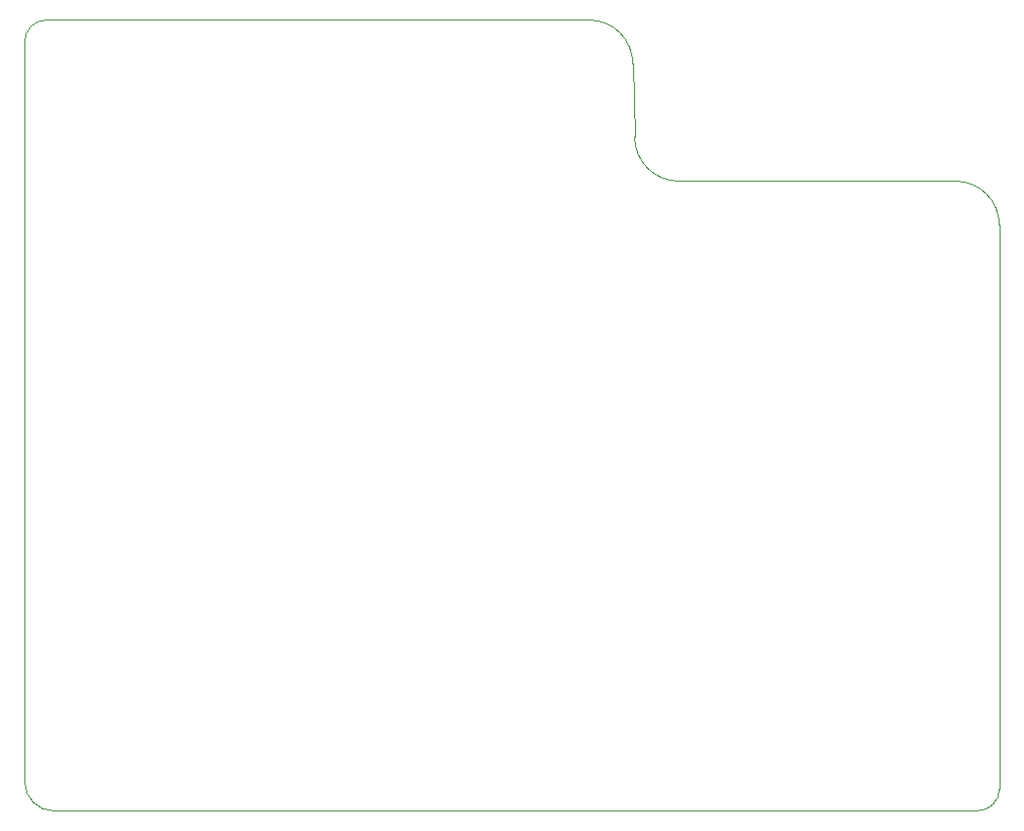
<source format=gbr>
%TF.GenerationSoftware,KiCad,Pcbnew,9.0.0*%
%TF.CreationDate,2025-03-28T21:12:20-05:00*%
%TF.ProjectId,ws-control-board,77732d63-6f6e-4747-926f-6c2d626f6172,rev?*%
%TF.SameCoordinates,Original*%
%TF.FileFunction,Profile,NP*%
%FSLAX46Y46*%
G04 Gerber Fmt 4.6, Leading zero omitted, Abs format (unit mm)*
G04 Created by KiCad (PCBNEW 9.0.0) date 2025-03-28 21:12:20*
%MOMM*%
%LPD*%
G01*
G04 APERTURE LIST*
%TA.AperFunction,Profile*%
%ADD10C,0.050000*%
%TD*%
G04 APERTURE END LIST*
D10*
X103505000Y-57785000D02*
G75*
G02*
X105410000Y-55880000I1905000J0D01*
G01*
X184150000Y-69850000D02*
X160174100Y-69850000D01*
X156210000Y-59690000D02*
X156364077Y-66040000D01*
X106045000Y-124460000D02*
X186055000Y-124460000D01*
X152400000Y-55880000D02*
G75*
G02*
X156210000Y-59690000I0J-3810000D01*
G01*
X152400000Y-55880000D02*
X105410000Y-55880000D01*
X160174077Y-69850000D02*
G75*
G02*
X156364100Y-66040000I23J3810000D01*
G01*
X187960000Y-122555000D02*
X187960000Y-73660000D01*
X106045000Y-124460000D02*
G75*
G02*
X103505000Y-121920000I0J2540000D01*
G01*
X184150000Y-69850000D02*
G75*
G02*
X187960000Y-73660000I0J-3810000D01*
G01*
X103505000Y-57785000D02*
X103505000Y-121920000D01*
X187960000Y-122555000D02*
G75*
G02*
X186055000Y-124460000I-1905000J0D01*
G01*
M02*

</source>
